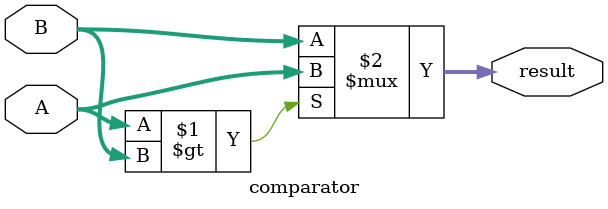
<source format=v>
module comparator (
    input signed [2:0] A,
    input signed [2:0] B,
    output [2:0] result
);

assign result = (A>B) ? A : B;
    
endmodule
</source>
